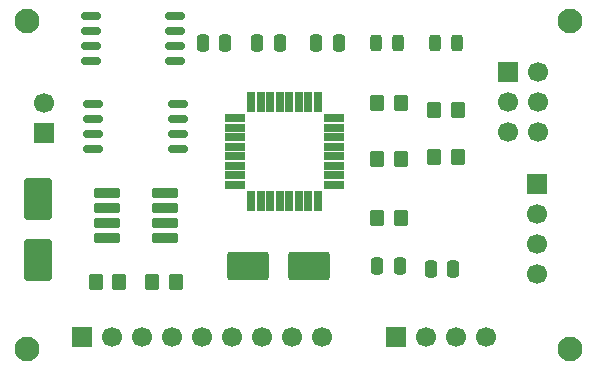
<source format=gbr>
%TF.GenerationSoftware,KiCad,Pcbnew,9.0.2*%
%TF.CreationDate,2025-09-17T22:50:59+05:45*%
%TF.ProjectId,MCU datalogger,4d435520-6461-4746-916c-6f676765722e,rev?*%
%TF.SameCoordinates,Original*%
%TF.FileFunction,Soldermask,Top*%
%TF.FilePolarity,Negative*%
%FSLAX46Y46*%
G04 Gerber Fmt 4.6, Leading zero omitted, Abs format (unit mm)*
G04 Created by KiCad (PCBNEW 9.0.2) date 2025-09-17 22:50:59*
%MOMM*%
%LPD*%
G01*
G04 APERTURE LIST*
G04 Aperture macros list*
%AMRoundRect*
0 Rectangle with rounded corners*
0 $1 Rounding radius*
0 $2 $3 $4 $5 $6 $7 $8 $9 X,Y pos of 4 corners*
0 Add a 4 corners polygon primitive as box body*
4,1,4,$2,$3,$4,$5,$6,$7,$8,$9,$2,$3,0*
0 Add four circle primitives for the rounded corners*
1,1,$1+$1,$2,$3*
1,1,$1+$1,$4,$5*
1,1,$1+$1,$6,$7*
1,1,$1+$1,$8,$9*
0 Add four rect primitives between the rounded corners*
20,1,$1+$1,$2,$3,$4,$5,0*
20,1,$1+$1,$4,$5,$6,$7,0*
20,1,$1+$1,$6,$7,$8,$9,0*
20,1,$1+$1,$8,$9,$2,$3,0*%
G04 Aperture macros list end*
%ADD10RoundRect,0.162500X-0.650000X-0.162500X0.650000X-0.162500X0.650000X0.162500X-0.650000X0.162500X0*%
%ADD11R,1.700000X1.700000*%
%ADD12C,1.700000*%
%ADD13RoundRect,0.099250X-0.987750X-0.297750X0.987750X-0.297750X0.987750X0.297750X-0.987750X0.297750X0*%
%ADD14RoundRect,0.250000X0.250000X0.475000X-0.250000X0.475000X-0.250000X-0.475000X0.250000X-0.475000X0*%
%ADD15C,2.100000*%
%ADD16RoundRect,0.250000X-0.250000X-0.475000X0.250000X-0.475000X0.250000X0.475000X-0.250000X0.475000X0*%
%ADD17RoundRect,0.250000X-0.350000X-0.450000X0.350000X-0.450000X0.350000X0.450000X-0.350000X0.450000X0*%
%ADD18RoundRect,0.250001X-1.499999X-0.949999X1.499999X-0.949999X1.499999X0.949999X-1.499999X0.949999X0*%
%ADD19RoundRect,0.243750X0.243750X0.456250X-0.243750X0.456250X-0.243750X-0.456250X0.243750X-0.456250X0*%
%ADD20RoundRect,0.094250X-0.742750X-0.282750X0.742750X-0.282750X0.742750X0.282750X-0.742750X0.282750X0*%
%ADD21RoundRect,0.094250X-0.282750X-0.742750X0.282750X-0.742750X0.282750X0.742750X-0.282750X0.742750X0*%
%ADD22RoundRect,0.243750X-0.243750X-0.456250X0.243750X-0.456250X0.243750X0.456250X-0.243750X0.456250X0*%
%ADD23RoundRect,0.250000X0.350000X0.450000X-0.350000X0.450000X-0.350000X-0.450000X0.350000X-0.450000X0*%
%ADD24RoundRect,0.250001X0.949999X-1.499999X0.949999X1.499999X-0.949999X1.499999X-0.949999X-1.499999X0*%
G04 APERTURE END LIST*
D10*
%TO.C,U1*%
X1949162500Y-2087095000D03*
X1949162500Y-2088365000D03*
X1949162500Y-2089635000D03*
X1949162500Y-2090905000D03*
X1956337500Y-2090905000D03*
X1956337500Y-2089635000D03*
X1956337500Y-2088365000D03*
X1956337500Y-2087095000D03*
%TD*%
D11*
%TO.C,BT1*%
X1945250000Y-2097000000D03*
D12*
X1945250000Y-2094460000D03*
%TD*%
D13*
%TO.C,U4*%
X1950525000Y-2102095000D03*
X1950525000Y-2103365000D03*
X1950525000Y-2104635000D03*
X1950525000Y-2105905000D03*
X1955475000Y-2105905000D03*
X1955475000Y-2104635000D03*
X1955475000Y-2103365000D03*
X1955475000Y-2102095000D03*
%TD*%
D14*
%TO.C,C4*%
X1975350000Y-2108200000D03*
X1973450000Y-2108200000D03*
%TD*%
%TO.C,C2*%
X1979850000Y-2108500000D03*
X1977950000Y-2108500000D03*
%TD*%
D15*
%TO.C,H3*%
X1943750000Y-2115250000D03*
%TD*%
D16*
%TO.C,C3*%
X1963287500Y-2089350000D03*
X1965187500Y-2089350000D03*
%TD*%
D15*
%TO.C,H2*%
X1989750000Y-2115250000D03*
%TD*%
D10*
%TO.C,U2*%
X1949362500Y-2094495000D03*
X1949362500Y-2095765000D03*
X1949362500Y-2097035000D03*
X1949362500Y-2098305000D03*
X1956537500Y-2098305000D03*
X1956537500Y-2097035000D03*
X1956537500Y-2095765000D03*
X1956537500Y-2094495000D03*
%TD*%
D11*
%TO.C,J1*%
X1987000000Y-2101280000D03*
D12*
X1987000000Y-2103820000D03*
X1987000000Y-2106360000D03*
X1987000000Y-2108900000D03*
%TD*%
D17*
%TO.C,R3*%
X1973450000Y-2104200000D03*
X1975450000Y-2104200000D03*
%TD*%
%TO.C,R4*%
X1973450000Y-2099200000D03*
X1975450000Y-2099200000D03*
%TD*%
D15*
%TO.C,H4*%
X1943750000Y-2087500000D03*
%TD*%
D18*
%TO.C,Y2*%
X1962500000Y-2108250000D03*
X1967700000Y-2108250000D03*
%TD*%
D17*
%TO.C,R7*%
X1973450000Y-2094400000D03*
X1975450000Y-2094400000D03*
%TD*%
D19*
%TO.C,D1*%
X1980175000Y-2089400000D03*
X1978300000Y-2089400000D03*
%TD*%
D20*
%TO.C,U3*%
X1961410000Y-2095750000D03*
X1961410000Y-2096550000D03*
X1961410000Y-2097350000D03*
X1961410000Y-2098150000D03*
X1961410000Y-2098950000D03*
X1961410000Y-2099750000D03*
X1961410000Y-2100550000D03*
X1961410000Y-2101350000D03*
D21*
X1962780000Y-2102720000D03*
X1963580000Y-2102720000D03*
X1964380000Y-2102720000D03*
X1965180000Y-2102720000D03*
X1965980000Y-2102720000D03*
X1966780000Y-2102720000D03*
X1967580000Y-2102720000D03*
X1968380000Y-2102720000D03*
D20*
X1969750000Y-2101350000D03*
X1969750000Y-2100550000D03*
X1969750000Y-2099750000D03*
X1969750000Y-2098950000D03*
X1969750000Y-2098150000D03*
X1969750000Y-2097350000D03*
X1969750000Y-2096550000D03*
X1969750000Y-2095750000D03*
D21*
X1968380000Y-2094380000D03*
X1967580000Y-2094380000D03*
X1966780000Y-2094380000D03*
X1965980000Y-2094380000D03*
X1965180000Y-2094380000D03*
X1964380000Y-2094380000D03*
X1963580000Y-2094380000D03*
X1962780000Y-2094380000D03*
%TD*%
D11*
%TO.C,J3*%
X1948420000Y-2114250000D03*
D12*
X1950960000Y-2114250000D03*
X1953500000Y-2114250000D03*
X1956040000Y-2114250000D03*
X1958580000Y-2114250000D03*
X1961120000Y-2114250000D03*
X1963660000Y-2114250000D03*
X1966200000Y-2114250000D03*
X1968740000Y-2114250000D03*
%TD*%
D17*
%TO.C,R2*%
X1954400000Y-2109600000D03*
X1956400000Y-2109600000D03*
%TD*%
D16*
%TO.C,C1*%
X1958687500Y-2089350000D03*
X1960587500Y-2089350000D03*
%TD*%
D22*
%TO.C,D2*%
X1973325000Y-2089400000D03*
X1975200000Y-2089400000D03*
%TD*%
D15*
%TO.C,H1*%
X1989750000Y-2087500000D03*
%TD*%
D14*
%TO.C,C5*%
X1970187500Y-2089350000D03*
X1968287500Y-2089350000D03*
%TD*%
D11*
%TO.C,J4*%
X1984500000Y-2091800000D03*
D12*
X1987040000Y-2091800000D03*
X1984500000Y-2094340000D03*
X1987040000Y-2094340000D03*
X1984500000Y-2096880000D03*
X1987040000Y-2096880000D03*
%TD*%
D17*
%TO.C,R6*%
X1978250000Y-2099000000D03*
X1980250000Y-2099000000D03*
%TD*%
D11*
%TO.C,J2*%
X1975000000Y-2114250000D03*
D12*
X1977540000Y-2114250000D03*
X1980080000Y-2114250000D03*
X1982620000Y-2114250000D03*
%TD*%
D17*
%TO.C,R5*%
X1978250000Y-2095000000D03*
X1980250000Y-2095000000D03*
%TD*%
D23*
%TO.C,R1*%
X1951600000Y-2109600000D03*
X1949600000Y-2109600000D03*
%TD*%
D24*
%TO.C,Y1*%
X1944750000Y-2107750000D03*
X1944750000Y-2102550000D03*
%TD*%
M02*

</source>
